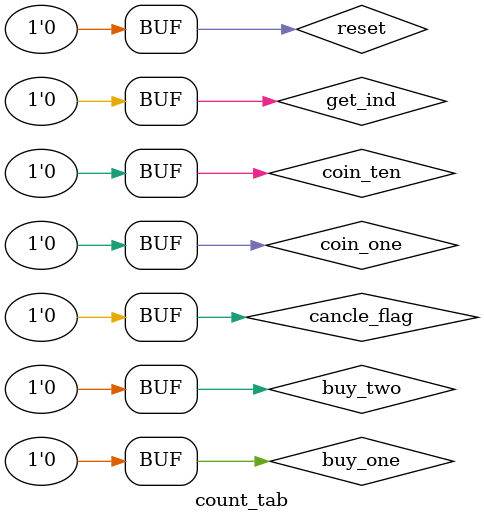
<source format=v>
`timescale 1ns / 1ps

//¼ÆÊýÄ£¿é·ÂÕæ
module count_tab();
    reg coin_one, coin_ten, buy_one, buy_two, get_ind,cancle_flag, reset;
  
    wire [9:0] coin_val;
    wire buy_flag;
    
    coin_count dut(coin_one, coin_ten, buy_one, buy_two, get_ind,cancle_flag, reset, coin_val, buy_flag);
    
    initial begin
        coin_one<=0;
       coin_ten<=0;
       buy_one<=0;
       buy_two<=0;
       get_ind<=0;
       cancle_flag<=0;
       reset<=1;
       
       #200 coin_one<=1;
       #200 coin_one<=0;    //Í¶±ÒÒ»Ôª
       #200 coin_one<=1;
       #200 coin_one<=0;    //2Ôª
       #200 coin_one<=1;
       #200 coin_one<=0;    //3Ôª
       #200 coin_ten<=1;
       #200 coin_ten<=0;    //13Ôª
       #200 buy_two<=1;
       #200 buy_two<=0;     //¹ºÂòÉÌÆ·2
       #200 buy_two<=1;
       #200 buy_two<=0;     //¹ºÂòÉÌÆ·2
       #200 buy_one<=1;
       #200 buy_one<=0;     //¹ºÂòÉÌÆ·1
       #200 get_ind<=1;
       #200 get_ind<=0;     //ÕÒÁã
       #200 coin_ten<=1;
       #200 coin_ten<=0;    //Í¶±Ò10
       #200 cancle_flag<=1;
       #200 cancle_flag<=0; //È¡Ïû
       #200 coin_ten<=1;
       #200 coin_ten<=0;    //Í¶±Ò10
       #200 reset<=1;
       #200 reset<=0;       //ÖØÖÃ
    end
    
endmodule

</source>
